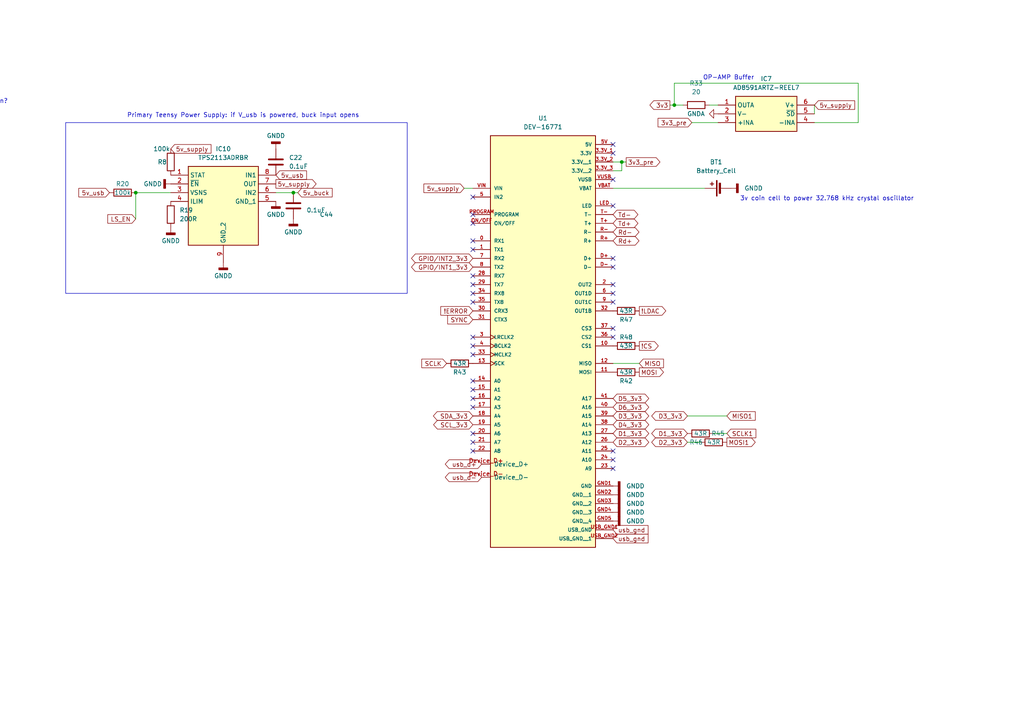
<source format=kicad_sch>
(kicad_sch (version 20231120) (generator "eeschema") (generator_version "8.0")
  (paper "A4")
  (lib_symbols
    (symbol "21xt_symbols:AD8591ARTZ-REEL7"
      (property "Reference" "IC" (at 24.13 7.62 0))
      (property "Value" "AD8591ARTZ-REEL7" (at 24.13 5.08 0))
      (symbol "AD8591ARTZ-REEL7_1_1"
        (rectangle (start 5.08 2.54) (end 22.86 -7.62) (stroke (width 0.254)) (fill (type background)))
        (pin passive line (at 0 0 0) (length 5.08) (name "OUTA") (number "1"))
        (pin passive line (at 0 -2.54 0) (length 5.08) (name "V-") (number "2"))
        (pin passive line (at 0 -5.08 0) (length 5.08) (name "+INA") (number "3"))
        (pin passive line (at 27.94 -5.08 180) (length 5.08) (name "-INA") (number "4"))
        (pin passive line (at 27.94 -2.54 180) (length 5.08) (name "~{SD}") (number "5"))
        (pin passive line (at 27.94 0 180) (length 5.08) (name "V+") (number "6"))
      )
    )
    (symbol "21xt_symbols:DEV-16771" (pin_names (offset 1.016))
      (property "Reference" "U1" (at 0 55.88 0))
      (property "Value" "DEV-16771" (at 0 53.34 0))
      (symbol "DEV-16771_0_0"
        (rectangle (start -15.24 50.8) (end 15.24 -68.58) (stroke (width 0.254)) (fill (type background)))
        (pin bidirectional line (at -20.32 20.32 0) (length 5.08) (name "RX1") (number "0"))
        (pin bidirectional line (at -20.32 17.78 0) (length 5.08) (name "TX1") (number "1"))
        (pin bidirectional line (at 20.32 -10.16 180) (length 5.08) (name "CS1") (number "10"))
        (pin bidirectional line (at 20.32 -17.78 180) (length 5.08) (name "MOSI") (number "11"))
        (pin bidirectional line (at 20.32 -15.24 180) (length 5.08) (name "MISO") (number "12"))
        (pin bidirectional clock (at -20.32 -15.24 0) (length 5.08) (name "SCK") (number "13"))
        (pin bidirectional line (at -20.32 -20.32 0) (length 5.08) (name "A0") (number "14"))
        (pin bidirectional line (at -20.32 -22.86 0) (length 5.08) (name "A1") (number "15"))
        (pin bidirectional line (at -20.32 -25.4 0) (length 5.08) (name "A2") (number "16"))
        (pin bidirectional line (at -20.32 -27.94 0) (length 5.08) (name "A3") (number "17"))
        (pin bidirectional line (at -20.32 -30.48 0) (length 5.08) (name "A4") (number "18"))
        (pin bidirectional line (at -20.32 -33.02 0) (length 5.08) (name "A5") (number "19"))
        (pin output line (at 20.32 7.62 180) (length 5.08) (name "OUT2") (number "2"))
        (pin bidirectional line (at -20.32 -35.56 0) (length 5.08) (name "A6") (number "20"))
        (pin bidirectional line (at -20.32 -38.1 0) (length 5.08) (name "A7") (number "21"))
        (pin bidirectional line (at -20.32 -40.64 0) (length 5.08) (name "A8") (number "22"))
        (pin bidirectional line (at 20.32 -45.72 180) (length 5.08) (name "A9") (number "23"))
        (pin bidirectional line (at 20.32 -43.18 180) (length 5.08) (name "A10") (number "24"))
        (pin bidirectional line (at 20.32 -40.64 180) (length 5.08) (name "A11") (number "25"))
        (pin bidirectional line (at 20.32 -38.1 180) (length 5.08) (name "A12") (number "26"))
        (pin bidirectional line (at 20.32 -35.56 180) (length 5.08) (name "A13") (number "27"))
        (pin bidirectional line (at -20.32 10.16 0) (length 5.08) (name "RX7") (number "28"))
        (pin bidirectional line (at -20.32 7.62 0) (length 5.08) (name "TX7") (number "29"))
        (pin bidirectional clock (at -20.32 -7.62 0) (length 5.08) (name "LRCLK2") (number "3"))
        (pin power_in line (at 20.32 45.72 180) (length 5.08) (name "3.3V") (number "3.3V_1"))
        (pin power_in line (at 20.32 43.18 180) (length 5.08) (name "3.3V__1") (number "3.3V_2"))
        (pin power_in line (at 20.32 40.64 180) (length 5.08) (name "3.3V__2") (number "3.3V_3"))
        (pin bidirectional line (at -20.32 0 0) (length 5.08) (name "CRX3") (number "30"))
        (pin bidirectional line (at -20.32 -2.54 0) (length 5.08) (name "CTX3") (number "31"))
        (pin output line (at 20.32 0 180) (length 5.08) (name "OUT1B") (number "32"))
        (pin bidirectional clock (at -20.32 -12.7 0) (length 5.08) (name "MCLK2") (number "33"))
        (pin bidirectional line (at -20.32 5.08 0) (length 5.08) (name "RX8") (number "34"))
        (pin bidirectional line (at -20.32 2.54 0) (length 5.08) (name "TX8") (number "35"))
        (pin bidirectional line (at 20.32 -7.62 180) (length 5.08) (name "CS2") (number "36"))
        (pin bidirectional line (at 20.32 -5.08 180) (length 5.08) (name "CS3") (number "37"))
        (pin bidirectional line (at 20.32 -33.02 180) (length 5.08) (name "A14") (number "38"))
        (pin bidirectional line (at 20.32 -30.48 180) (length 5.08) (name "A15") (number "39"))
        (pin bidirectional clock (at -20.32 -10.16 0) (length 5.08) (name "BCLK2") (number "4"))
        (pin bidirectional line (at 20.32 -27.94 180) (length 5.08) (name "A16") (number "40"))
        (pin bidirectional line (at 20.32 -25.4 180) (length 5.08) (name "A17") (number "41"))
        (pin bidirectional line (at -20.32 33.02 0) (length 5.08) (name "IN2") (number "5"))
        (pin power_in line (at 20.32 48.26 180) (length 5.08) (name "5V") (number "5V"))
        (pin output line (at 20.32 5.08 180) (length 5.08) (name "OUT1D") (number "6"))
        (pin bidirectional line (at -20.32 15.24 0) (length 5.08) (name "RX2") (number "7"))
        (pin bidirectional line (at -20.32 12.7 0) (length 5.08) (name "TX2") (number "8"))
        (pin output line (at 20.32 2.54 180) (length 5.08) (name "OUT1C") (number "9"))
        (pin bidirectional line (at 20.32 15.24 180) (length 5.08) (name "D+") (number "D+"))
        (pin bidirectional line (at 20.32 12.7 180) (length 5.08) (name "D-") (number "D-"))
        (pin power_in line (at 20.32 -50.8 180) (length 5.08) (name "GND") (number "GND1"))
        (pin power_in line (at 20.32 -53.34 180) (length 5.08) (name "GND__1") (number "GND2"))
        (pin power_in line (at 20.32 -55.88 180) (length 5.08) (name "GND__2") (number "GND3"))
        (pin power_in line (at 20.32 -58.42 180) (length 5.08) (name "GND__3") (number "GND4"))
        (pin power_in line (at 20.32 -60.96 180) (length 5.08) (name "GND__4") (number "GND5"))
        (pin bidirectional line (at 20.32 30.48 180) (length 5.08) (name "LED") (number "LED"))
        (pin bidirectional line (at -20.32 25.4 0) (length 5.08) (name "ON/OFF") (number "ON/OFF"))
        (pin bidirectional line (at -20.32 27.94 0) (length 5.08) (name "PROGRAM") (number "PROGRAM"))
        (pin bidirectional line (at 20.32 20.32 180) (length 5.08) (name "R+") (number "R+"))
        (pin bidirectional line (at 20.32 22.86 180) (length 5.08) (name "R-") (number "R-"))
        (pin bidirectional line (at 20.32 25.4 180) (length 5.08) (name "T+") (number "T+"))
        (pin bidirectional line (at 20.32 27.94 180) (length 5.08) (name "T-") (number "T-"))
        (pin power_in line (at 20.32 -63.5 180) (length 5.08) (name "USB_GND") (number "USB_GND1"))
        (pin power_in line (at 20.32 -66.04 180) (length 5.08) (name "USB_GND__1") (number "USB_GND2"))
        (pin passive line (at 20.32 35.56 180) (length 5.08) (name "VBAT") (number "VBAT"))
        (pin input line (at -20.32 35.56 0) (length 5.08) (name "VIN") (number "VIN"))
        (pin passive line (at 20.32 38.1 180) (length 5.08) (name "VUSB") (number "VUSB"))
      )
      (symbol "DEV-16771_1_1"
        (pin input line (at -17.78 -44.45 0) (length 2.54) (name "Device_D+") (number "Device_D+"))
        (pin input line (at -17.78 -48.26 0) (length 2.54) (name "Device_D-") (number "Device_D-"))
      )
    )
    (symbol "21xt_symbols:TPS2113ADRBR"
      (property "Reference" "IC" (at 26.67 7.62 0))
      (property "Value" "TPS2113ADRBR" (at 26.67 5.08 0))
      (symbol "TPS2113ADRBR_1_1"
        (rectangle (start 5.08 2.54) (end 25.4 -20.32) (stroke (width 0.254)) (fill (type background)))
        (pin passive line (at 0 0 0) (length 5.08) (name "STAT") (number "1"))
        (pin passive line (at 0 -2.54 0) (length 5.08) (name "~{EN}") (number "2"))
        (pin passive line (at 0 -5.08 0) (length 5.08) (name "VSNS") (number "3"))
        (pin passive line (at 0 -7.62 0) (length 5.08) (name "ILIM") (number "4"))
        (pin passive line (at 30.48 -7.62 180) (length 5.08) (name "GND_1") (number "5"))
        (pin passive line (at 30.48 -5.08 180) (length 5.08) (name "IN2") (number "6"))
        (pin passive line (at 30.48 -2.54 180) (length 5.08) (name "OUT") (number "7"))
        (pin passive line (at 30.48 0 180) (length 5.08) (name "IN1") (number "8"))
        (pin passive line (at 15.24 -25.4 90) (length 5.08) (name "GND_2") (number "9"))
      )
    )
    (symbol "Device:Battery_Cell" (pin_numbers hide) (pin_names (offset 0) hide)
      (property "Reference" "BT" (at 2.54 2.54 0))
      (property "Value" "Battery_Cell" (at 2.54 0 0))
      (symbol "Battery_Cell_0_1"
        (rectangle (start -2.286 1.778) (end 2.286 1.524) (fill (type outline)))
        (rectangle (start -1.524 1.016) (end 1.524 0.508) (fill (type outline)))
        (polyline (pts (xy 0 0.762) (xy 0 0)))
        (polyline (pts (xy 0 1.778) (xy 0 2.54)))
        (polyline (pts (xy 0.762 3.048) (xy 1.778 3.048)) (stroke (width 0.254)))
        (polyline (pts (xy 1.27 3.556) (xy 1.27 2.54)) (stroke (width 0.254)))
      )
      (symbol "Battery_Cell_1_1"
        (pin passive line (at 0 5.08 270) (length 2.54) (name "+") (number "1"))
        (pin passive line (at 0 -2.54 90) (length 2.54) (name "-") (number "2"))
      )
    )
    (symbol "Device:C" (pin_numbers hide) (pin_names (offset 0.254))
      (property "Reference" "C" (at 0.635 2.54 0))
      (property "Value" "C" (at 0.635 -2.54 0))
      (symbol "C_0_1"
        (polyline (pts (xy -2.032 -0.762) (xy 2.032 -0.762)) (stroke (width 0.508)))
        (polyline (pts (xy -2.032 0.762) (xy 2.032 0.762)) (stroke (width 0.508)))
      )
      (symbol "C_1_1"
        (pin passive line (at 0 3.81 270) (length 2.794) (name "~") (number "1"))
        (pin passive line (at 0 -3.81 90) (length 2.794) (name "~") (number "2"))
      )
    )
    (symbol "Device:R" (pin_numbers hide) (pin_names (offset 0))
      (property "Reference" "R" (at 2.032 0 90))
      (property "Value" "R" (at 0 0 90))
      (symbol "R_0_1"
        (rectangle (start -1.016 -2.54) (end 1.016 2.54) (stroke (width 0.254)))
      )
      (symbol "R_1_1"
        (pin passive line (at 0 3.81 270) (length 1.27) (name "~") (number "1"))
        (pin passive line (at 0 -3.81 90) (length 1.27) (name "~") (number "2"))
      )
    )
    (symbol "power:GNDA" (power) (pin_names (offset 0))
      (property "Value" "GNDA" (at 0 -3.81 0))
      (symbol "GNDA_0_1"
        (polyline (pts (xy 0 0) (xy 0 -1.27) (xy 1.27 -1.27) (xy 0 -2.54) (xy -1.27 -1.27) (xy 0 -1.27)))
      )
      (symbol "GNDA_1_1"
        (pin power_in line (at 0 0 270) (length 0) hide (name "GNDA") (number "1"))
      )
    )
    (symbol "power:GNDD" (power) (pin_names (offset 0))
      (property "Value" "GNDD" (at 0 -3.175 0))
      (symbol "GNDD_0_1"
        (rectangle (start -1.27 -1.524) (end 1.27 -2.032) (stroke (width 0.254)) (fill (type outline)))
        (polyline (pts (xy 0 0) (xy 0 -1.524)))
      )
      (symbol "GNDD_1_1"
        (pin power_in line (at 0 0 270) (length 0) hide (name "GNDD") (number "1"))
      )
    )
  )
  (junction (at 180.34 46.99))
  (junction (at 39.37 55.88))
  (junction (at 195.58 30.48))
  (junction (at 85.09 55.88))
  (no_connect (at 137.16 97.79))
  (no_connect (at 177.8 41.91))
  (no_connect (at 177.8 44.45))
  (no_connect (at 177.8 85.09))
  (no_connect (at 137.16 115.57))
  (no_connect (at 177.8 135.89))
  (no_connect (at 137.16 113.03))
  (no_connect (at 137.16 128.27))
  (no_connect (at 137.16 64.77))
  (no_connect (at 137.16 130.81))
  (no_connect (at 137.16 57.15))
  (no_connect (at 137.16 118.11))
  (no_connect (at 137.16 69.85))
  (no_connect (at 137.16 87.63))
  (no_connect (at 137.16 62.23))
  (no_connect (at 137.16 102.87))
  (no_connect (at 177.8 133.35))
  (no_connect (at 137.16 85.09))
  (no_connect (at 177.8 82.55))
  (no_connect (at 177.8 52.07))
  (no_connect (at 177.8 95.25))
  (no_connect (at 177.8 97.79))
  (no_connect (at 137.16 110.49))
  (no_connect (at 137.16 80.01))
  (no_connect (at 137.16 100.33))
  (no_connect (at 177.8 77.47))
  (no_connect (at 177.8 74.93))
  (no_connect (at 137.16 125.73))
  (no_connect (at 137.16 72.39))
  (no_connect (at 177.8 59.69))
  (no_connect (at 177.8 87.63))
  (no_connect (at 137.16 82.55))
  (no_connect (at 177.8 130.81))
  (wire (pts (xy 203.2 128.27) (xy 199.39 128.27)))
  (wire (pts (xy 205.74 30.48) (xy 208.28 30.48)))
  (wire (pts (xy 180.34 46.99) (xy 180.34 49.53)))
  (wire (pts (xy 86.36 55.88) (xy 85.09 55.88)))
  (wire (pts (xy 134.62 54.61) (xy 137.16 54.61)))
  (wire (pts (xy 248.92 35.56) (xy 248.92 24.13)))
  (wire (pts (xy 236.22 35.56) (xy 248.92 35.56)))
  (wire (pts (xy 236.22 30.48) (xy 236.22 33.02)))
  (wire (pts (xy 210.82 125.73) (xy 207.01 125.73)))
  (wire (pts (xy 180.34 49.53) (xy 177.8 49.53)))
  (wire (pts (xy 194.31 30.48) (xy 195.58 30.48)))
  (wire (pts (xy 85.09 55.88) (xy 80.01 55.88)))
  (wire (pts (xy 195.58 30.48) (xy 198.12 30.48)))
  (wire (pts (xy 39.37 55.88) (xy 39.37 63.5)))
  (wire (pts (xy 39.37 55.88) (xy 49.53 55.88)))
  (wire (pts (xy 195.58 24.13) (xy 195.58 30.48)))
  (wire (pts (xy 181.61 46.99) (xy 180.34 46.99)))
  (wire (pts (xy 248.92 24.13) (xy 195.58 24.13)))
  (wire (pts (xy 177.8 46.99) (xy 180.34 46.99)))
  (wire (pts (xy 204.47 54.61) (xy 177.8 54.61)))
  (wire (pts (xy 199.39 120.65) (xy 210.82 120.65)))
  (wire (pts (xy 177.8 105.41) (xy 185.42 105.41)))
  (wire (pts (xy 200.66 35.56) (xy 208.28 35.56)))
  (rectangle (start 19.05 35.56) (end 118.11 85.09))
  (text "Primary Teensy Power Supply: if V_usb is powered, buck input opens" (at 36.83 34.29 0) (effects (font (size 1.27 1.27)) (justify left bottom)))
  (text "3v coin cell to power 32.768 kHz crystal oscillator" (at 214.63 58.42 0) (effects (font (size 1.27 1.27)) (justify left bottom)))
  (text "it becomes a bit more complicated if you wanted to support the USB\nconnector on the board, in that case, you probably have to have\nthe USB power always be the source for everything when its plugged\nin or have to snip the trace in order to control that connection,\nat the very least i think you have to model the m8 connector\nand determine which of that connector and the big bulkhead are dominant\nand possible just ignore the usb, but maximally, this would require two\nload switches and possibly snipping the connection, but i think we can\nget around that by just asuming the usb connector is only for off board\ncases and the primary modality of programming this guy is through the\nm8 connector" (at -74.93 127 0) (effects (font (size 1.27 1.27)) (justify left bottom)))
  (text "shouldnt the buck converter have precedent over the usb power\nfor example: if the usb is higher voltage than buck, then\nthe signals will exceed the threshold for levels on the usb,\nif the buck converter is higher though, then the signalling \non the usb side may not reach high enough. also, we want no\ninterruption when you plug in and need to switch tho id if \nthat is significant" (at -71.12 21.59 0) (effects (font (size 1.27 1.27)) (justify left bottom)))
  (text "actually is this intended for the usb connector\non the teensy? because if it is, then the usb\ncannot back power the board and blow up your \nbuck converter if you leave the shottky i told\nyou to remove, but even then, the buck converter\ncan blow up the USB line or just overvolt it\nbecause the usb does not get disconnected" (at -80.01 72.39 0) (effects (font (size 1.27 1.27)) (justify left bottom)))
  (text "also you need to add the 4 pin m8 connector\nfor getting the usb power to the teensy,\nthough I suppose this functions for powering the teensy\nvia the usb connector on the teensy board" (at -69.85 50.8 0) (effects (font (size 1.27 1.27)) (justify left bottom)))
  (text "i think i am impartial to the case where we are connecting\nto the teensy via the microusb on the board but\nif you wanted to have a proper load switch for the\nm8 connector that you are exposing, then i think you would need\nthe load switch on that line: ie if the ls_en pin is activated\nthen turn off the m8 power,\n" (at -78.74 97.79 0) (effects (font (size 1.27 1.27)) (justify left bottom)))
  (text "i dont think these are the right connections for the usb grounding" (at 317.5 54.61 0) (effects (font (size 1.27 1.27)) (justify left bottom)))
  (text "also if we have no power on the car, but have power on usb, will this turn on?\nit seems to me that if the connector is plugged in then\nls_en is grounded so the gate opens, but there is no power " (at -76.2 34.29 0) (effects (font (size 1.27 1.27)) (justify left bottom)))
  (text "OP-AMP Buffer" (at 211.328 22.606 0) (effects (font (size 1.27 1.27))))
  (global_label "5v_supply" (shape input) (at 134.62 54.61 180) (property "Intersheetrefs" "${INTERSHEET_REFS}" (effects (hide yes))))
  (global_label "3v3_pre" (shape output) (at 181.61 46.99 0) (property "Intersheetrefs" "${INTERSHEET_REFS}" (effects (hide yes))))
  (global_label "D4_3v3" (shape bidirectional) (at 177.8 123.19 0) (property "Intersheetrefs" "${INTERSHEET_REFS}" (effects (hide yes))))
  (global_label "D2_3v3" (shape bidirectional) (at 199.39 128.27 180) (property "Intersheetrefs" "${INTERSHEET_REFS}" (effects (hide yes))))
  (global_label "MISO" (shape input) (at 185.42 105.41 0) (property "Intersheetrefs" "${INTERSHEET_REFS}" (effects (hide yes))))
  (global_label "GPIO{slash}INT1_3v3" (shape bidirectional) (at 137.16 77.47 180) (property "Intersheetrefs" "${INTERSHEET_REFS}" (effects (hide yes))))
  (global_label "SDA_3v3" (shape bidirectional) (at 137.16 120.65 180) (property "Intersheetrefs" "${INTERSHEET_REFS}" (effects (hide yes))))
  (global_label "LS_EN" (shape input) (at 39.37 63.5 180) (property "Intersheetrefs" "${INTERSHEET_REFS}" (effects (hide yes))))
  (global_label "MOSI" (shape output) (at 185.42 107.95 0) (property "Intersheetrefs" "${INTERSHEET_REFS}" (effects (hide yes))))
  (global_label "!CS" (shape output) (at 185.42 100.33 0) (property "Intersheetrefs" "${INTERSHEET_REFS}" (effects (hide yes))))
  (global_label "5v_usb" (shape input) (at 80.01 50.8 0) (property "Intersheetrefs" "${INTERSHEET_REFS}" (effects (hide yes))))
  (global_label "Td+" (shape bidirectional) (at 177.8 64.77 0) (property "Intersheetrefs" "${INTERSHEET_REFS}" (effects (hide yes))))
  (global_label "D1_3v3" (shape bidirectional) (at 199.39 125.73 180) (property "Intersheetrefs" "${INTERSHEET_REFS}" (effects (hide yes))))
  (global_label "usb_gnd" (shape input) (at 177.8 153.67 0) (property "Intersheetrefs" "${INTERSHEET_REFS}" (effects (hide yes))))
  (global_label "D3_3v3" (shape bidirectional) (at 199.39 120.65 180) (property "Intersheetrefs" "${INTERSHEET_REFS}" (effects (hide yes))))
  (global_label "!LDAC" (shape output) (at 185.42 90.17 0) (property "Intersheetrefs" "${INTERSHEET_REFS}" (effects (hide yes))))
  (global_label "SCLK" (shape input) (at 129.54 105.41 180) (property "Intersheetrefs" "${INTERSHEET_REFS}" (effects (hide yes))))
  (global_label "SCL_3v3" (shape bidirectional) (at 137.16 123.19 180) (property "Intersheetrefs" "${INTERSHEET_REFS}" (effects (hide yes))))
  (global_label "5v_buck" (shape input) (at 86.36 55.88 0) (property "Intersheetrefs" "${INTERSHEET_REFS}" (effects (hide yes))))
  (global_label "5v_supply" (shape output) (at 80.01 53.34 0) (property "Intersheetrefs" "${INTERSHEET_REFS}" (effects (hide yes))))
  (global_label "3v3_pre" (shape input) (at 200.66 35.56 180) (property "Intersheetrefs" "${INTERSHEET_REFS}" (effects (hide yes))))
  (global_label "usb_gnd" (shape input) (at 177.8 156.21 0) (property "Intersheetrefs" "${INTERSHEET_REFS}" (effects (hide yes))))
  (global_label "D3_3v3" (shape bidirectional) (at 177.8 120.65 0) (property "Intersheetrefs" "${INTERSHEET_REFS}" (effects (hide yes))))
  (global_label "!ERROR" (shape input) (at 137.16 90.17 180) (property "Intersheetrefs" "${INTERSHEET_REFS}" (effects (hide yes))))
  (global_label "usb_d-" (shape bidirectional) (at 139.7 138.43 180) (property "Intersheetrefs" "${INTERSHEET_REFS}" (effects (hide yes))))
  (global_label "D6_3v3" (shape bidirectional) (at 177.8 118.11 0) (property "Intersheetrefs" "${INTERSHEET_REFS}" (effects (hide yes))))
  (global_label "5v_usb" (shape input) (at 31.75 55.88 180) (property "Intersheetrefs" "${INTERSHEET_REFS}" (effects (hide yes))))
  (global_label "Td-" (shape bidirectional) (at 177.8 62.23 0) (property "Intersheetrefs" "${INTERSHEET_REFS}" (effects (hide yes))))
  (global_label "GPIO{slash}INT2_3v3" (shape bidirectional) (at 137.16 74.93 180) (property "Intersheetrefs" "${INTERSHEET_REFS}" (effects (hide yes))))
  (global_label "Rd+" (shape bidirectional) (at 177.8 69.85 0) (property "Intersheetrefs" "${INTERSHEET_REFS}" (effects (hide yes))))
  (global_label "SYNC" (shape input) (at 137.16 92.71 180) (property "Intersheetrefs" "${INTERSHEET_REFS}" (effects (hide yes))))
  (global_label "MOSI1" (shape output) (at 210.82 128.27 0) (property "Intersheetrefs" "${INTERSHEET_REFS}" (effects (hide yes))))
  (global_label "Rd-" (shape bidirectional) (at 177.8 67.31 0) (property "Intersheetrefs" "${INTERSHEET_REFS}" (effects (hide yes))))
  (global_label "SCLK1" (shape input) (at 210.82 125.73 0) (property "Intersheetrefs" "${INTERSHEET_REFS}" (effects (hide yes))))
  (global_label "3v3" (shape output) (at 194.31 30.48 180) (property "Intersheetrefs" "${INTERSHEET_REFS}" (effects (hide yes))))
  (global_label "5v_supply" (shape input) (at 49.53 43.18 0) (property "Intersheetrefs" "${INTERSHEET_REFS}" (effects (hide yes))))
  (global_label "5v_supply" (shape input) (at 236.22 30.48 0) (property "Intersheetrefs" "${INTERSHEET_REFS}" (effects (hide yes))))
  (global_label "D2_3v3" (shape bidirectional) (at 177.8 128.27 0) (property "Intersheetrefs" "${INTERSHEET_REFS}" (effects (hide yes))))
  (global_label "D1_3v3" (shape bidirectional) (at 177.8 125.73 0) (property "Intersheetrefs" "${INTERSHEET_REFS}" (effects (hide yes))))
  (global_label "usb_d+" (shape bidirectional) (at 139.7 134.62 180) (property "Intersheetrefs" "${INTERSHEET_REFS}" (effects (hide yes))))
  (global_label "D5_3v3" (shape bidirectional) (at 177.8 115.57 0) (property "Intersheetrefs" "${INTERSHEET_REFS}" (effects (hide yes))))
  (global_label "MISO1" (shape input) (at 210.82 120.65 0) (property "Intersheetrefs" "${INTERSHEET_REFS}" (effects (hide yes))))
  (symbol (lib_id "power:GNDD") (at 177.8 151.13 90) (unit 1)
    (property "Reference" "#PWR014" (effects (hide yes)))
    (property "Value" "GNDD" (at 181.61 151.13 90) (effects (justify right)))
  )
  (symbol (lib_id "Device:C") (at 80.01 46.99 0) (unit 1)
    (property "Reference" "C22" (at 83.82 45.72 0) (effects (justify left)))
    (property "Value" "0.1uF" (at 83.82 48.26 0) (effects (justify left)))
    (property "Footprint" "Capacitor_SMD:C_0402_1005Metric" (effects (hide yes)))
  )
  (symbol (lib_id "Device:R") (at 181.61 90.17 270) (mirror x) (unit 1)
    (property "Reference" "R47" (at 181.61 92.71 90))
    (property "Value" "43R" (at 181.61 90.17 90))
    (property "Footprint" "Resistor_SMD:R_0402_1005Metric" (effects (hide yes)))
  )
  (symbol (lib_id "21xt_symbols:TPS2113ADRBR") (at 49.53 50.8 0) (unit 1)
    (property "Reference" "IC10" (at 64.77 43.18 0))
    (property "Value" "TPS2113ADRBR" (at 64.77 45.72 0))
    (property "Footprint" "21xt_footprints:TPS2113ADRBR" (effects (hide yes)))
    (property "Datasheet" "https://www.ti.com/lit/gpn/TPS2113A" (effects (hide yes)))
    (property "Height" "1" (effects (hide yes)))
    (property "Mouser Part Number" "595-TPS2113ADRBR" (effects (hide yes)))
    (property "Mouser Price/Stock" "https://www.mouser.co.uk/ProductDetail/Texas-Instruments/TPS2113ADRBR?qs=g%2FrhRe7LVpRsXhRevikZ7Q%3D%3D" (effects (hide yes)))
    (property "Manufacturer_Name" "Texas Instruments" (effects (hide yes)))
    (property "Manufacturer_Part_Number" "TPS2113ADRBR" (effects (hide yes)))
  )
  (symbol (lib_id "power:GNDD") (at 177.8 148.59 90) (unit 1)
    (property "Reference" "#PWR092" (effects (hide yes)))
    (property "Value" "GNDD" (at 181.61 148.59 90) (effects (justify right)))
  )
  (symbol (lib_id "power:GNDD") (at 177.8 143.51 90) (unit 1)
    (property "Reference" "#PWR094" (effects (hide yes)))
    (property "Value" "GNDD" (at 181.61 143.51 90) (effects (justify right)))
  )
  (symbol (lib_id "power:GNDD") (at 85.09 63.5 0) (unit 1)
    (property "Reference" "#PWR067" (effects (hide yes)))
    (property "Value" "GNDD" (at 85.09 67.31 0))
  )
  (symbol (lib_id "power:GNDD") (at 80.01 43.18 180) (unit 1)
    (property "Reference" "#PWR029" (effects (hide yes)))
    (property "Value" "GNDD" (at 80.01 39.37 0))
  )
  (symbol (lib_id "Device:R") (at 201.93 30.48 90) (unit 1)
    (property "Reference" "R33" (at 201.93 24.13 90))
    (property "Value" "20" (at 201.93 26.67 90))
    (property "Footprint" "Resistor_SMD:R_0402_1005Metric" (effects (hide yes)))
    (property "Description" "Resistor" (effects (hide yes)))
  )
  (symbol (lib_id "power:GNDD") (at 80.01 58.42 0) (unit 1)
    (property "Reference" "#PWR012" (effects (hide yes)))
    (property "Value" "GNDD" (at 80.01 62.23 0))
  )
  (symbol (lib_id "Device:R") (at 181.61 100.33 90) (unit 1)
    (property "Reference" "R48" (at 181.61 97.79 90))
    (property "Value" "43R" (at 181.61 100.33 90))
    (property "Footprint" "Resistor_SMD:R_0402_1005Metric" (effects (hide yes)))
  )
  (symbol (lib_id "power:GNDD") (at 64.77 76.2 0) (unit 1)
    (property "Reference" "#PWR017" (effects (hide yes)))
    (property "Value" "GNDD" (at 64.77 80.01 0))
  )
  (symbol (lib_id "Device:R") (at 35.56 55.88 270) (unit 1)
    (property "Reference" "R20" (at 35.56 53.34 90))
    (property "Value" "100k" (at 35.56 55.88 90))
    (property "Footprint" "Resistor_SMD:R_0402_1005Metric" (effects (hide yes)))
  )
  (symbol (lib_id "Device:R") (at 207.01 128.27 90) (unit 1)
    (property "Reference" "R46" (at 201.93 128.27 90))
    (property "Value" "43R" (at 207.01 128.27 90))
    (property "Footprint" "Resistor_SMD:R_0402_1005Metric" (effects (hide yes)))
  )
  (symbol (lib_id "power:GNDD") (at 49.53 53.34 270) (unit 1)
    (property "Reference" "#PWR069" (effects (hide yes)))
    (property "Value" "GNDD" (at 46.99 53.34 90) (effects (justify right)))
  )
  (symbol (lib_id "21xt_symbols:DEV-16771") (at 157.48 90.17 0) (unit 1)
    (property "Reference" "U1" (at 157.48 34.29 0))
    (property "Value" "DEV-16771" (at 157.48 36.83 0))
    (property "Footprint" "21xt_footprints:MODULE_DEV-16771" (effects (hide yes)))
    (property "PARTREV" "4.1" (effects (hide yes)))
    (property "MANUFACTURER" "SparkFun Electronics" (effects (hide yes)))
    (property "MAXIMUM_PACKAGE_HEIGHT" "4.07mm" (effects (hide yes)))
    (property "STANDARD" "Manufacturer recommendations" (effects (hide yes)))
  )
  (symbol (lib_id "power:GNDD") (at 212.09 54.61 90) (unit 1)
    (property "Reference" "#PWR039" (effects (hide yes)))
    (property "Value" "GNDD" (at 215.9 54.61 90) (effects (justify right)))
  )
  (symbol (lib_id "Device:R") (at 181.61 107.95 90) (unit 1)
    (property "Reference" "R42" (at 181.61 110.49 90))
    (property "Value" "43R" (at 181.61 107.95 90))
    (property "Footprint" "Resistor_SMD:R_0402_1005Metric" (effects (hide yes)))
  )
  (symbol (lib_id "power:GNDD") (at 177.8 140.97 90) (unit 1)
    (property "Reference" "#PWR095" (effects (hide yes)))
    (property "Value" "GNDD" (at 181.61 140.97 90) (effects (justify right)))
  )
  (symbol (lib_id "power:GNDD") (at 49.53 66.04 0) (unit 1)
    (property "Reference" "#PWR013" (effects (hide yes)))
    (property "Value" "GNDD" (at 49.53 69.85 0))
  )
  (symbol (lib_id "Device:C") (at 85.09 59.69 0) (unit 1)
    (property "Reference" "C44" (at 92.71 62.23 0) (effects (justify left)))
    (property "Value" "0.1uF" (at 88.9 60.96 0) (effects (justify left)))
    (property "Footprint" "Capacitor_SMD:C_0402_1005Metric" (effects (hide yes)))
  )
  (symbol (lib_id "power:GNDD") (at 177.8 146.05 90) (unit 1)
    (property "Reference" "#PWR093" (effects (hide yes)))
    (property "Value" "GNDD" (at 181.61 146.05 90) (effects (justify right)))
  )
  (symbol (lib_id "Device:Battery_Cell") (at 209.55 54.61 90) (unit 1)
    (property "Reference" "BT1" (at 207.7085 46.99 90))
    (property "Value" "Battery_Cell" (at 207.7085 49.53 90))
    (property "Footprint" "21xt_footprints:1220 holder" (effects (hide yes)))
  )
  (symbol (lib_id "Device:R") (at 133.35 105.41 90) (unit 1)
    (property "Reference" "R43" (at 133.35 107.95 90))
    (property "Value" "43R" (at 133.35 105.41 90))
    (property "Footprint" "Resistor_SMD:R_0402_1005Metric" (effects (hide yes)))
  )
  (symbol (lib_id "Device:R") (at 49.53 62.23 0) (unit 1)
    (property "Reference" "R19" (at 52.07 60.96 0) (effects (justify left)))
    (property "Value" "200R" (at 52.07 63.5 0) (effects (justify left)))
    (property "Footprint" "Resistor_SMD:R_0402_1005Metric" (effects (hide yes)))
  )
  (symbol (lib_id "Device:R") (at 49.53 46.99 0) (unit 1)
    (property "Reference" "R8" (at 45.72 46.99 0) (effects (justify left)))
    (property "Value" "100k" (at 44.45 43.18 0) (effects (justify left)))
    (property "Footprint" "Resistor_SMD:R_0402_1005Metric" (effects (hide yes)))
  )
  (symbol (lib_id "21xt_symbols:AD8591ARTZ-REEL7") (at 208.28 30.48 0) (unit 1)
    (property "Reference" "IC7" (at 222.25 22.86 0))
    (property "Value" "AD8591ARTZ-REEL7" (at 222.25 25.4 0))
    (property "Footprint" "21xt_footprints:SOT95P280X145-6N" (effects (hide yes)))
    (property "Datasheet" "https://ms.componentsearchengine.com/Datasheets/2/AD8591ARTZ-REEL7.pdf" (effects (hide yes)))
    (property "Description" "AD8591ARTZ-REEL7 Analog Devices, Precision, Op Amp, RRIO, 3MHz 1 MHz, 2.5  6 V, 6-Pin SOT-23 CMOS Single-Supply, Rail-to-Rail Input/Output Operational Amplifiers with Shutdown" (effects (hide yes)))
    (property "Height" "1.45" (effects (hide yes)))
    (property "Mouser Part Number" "584-AD8591ARTZ-R7" (effects (hide yes)))
    (property "Mouser Price/Stock" "https://www.mouser.co.uk/ProductDetail/Analog-Devices/AD8591ARTZ-REEL7?qs=%2FtpEQrCGXCzQDNVfr2%252Bf9g%3D%3D" (effects (hide yes)))
    (property "Manufacturer_Name" "Analog Devices" (effects (hide yes)))
    (property "Manufacturer_Part_Number" "AD8591ARTZ-REEL7" (effects (hide yes)))
  )
  (symbol (lib_id "power:GNDA") (at 208.28 33.02 270) (unit 1)
    (property "Reference" "#PWR0107" (effects (hide yes)))
    (property "Value" "GNDA" (at 204.47 33.0199 90) (effects (justify right)))
  )
  (symbol (lib_id "Device:R") (at 203.2 125.73 90) (unit 1)
    (property "Reference" "R45" (at 208.28 125.73 90))
    (property "Value" "43R" (at 203.2 125.73 90))
    (property "Footprint" "Resistor_SMD:R_0402_1005Metric" (effects (hide yes)))
  )
)
</source>
